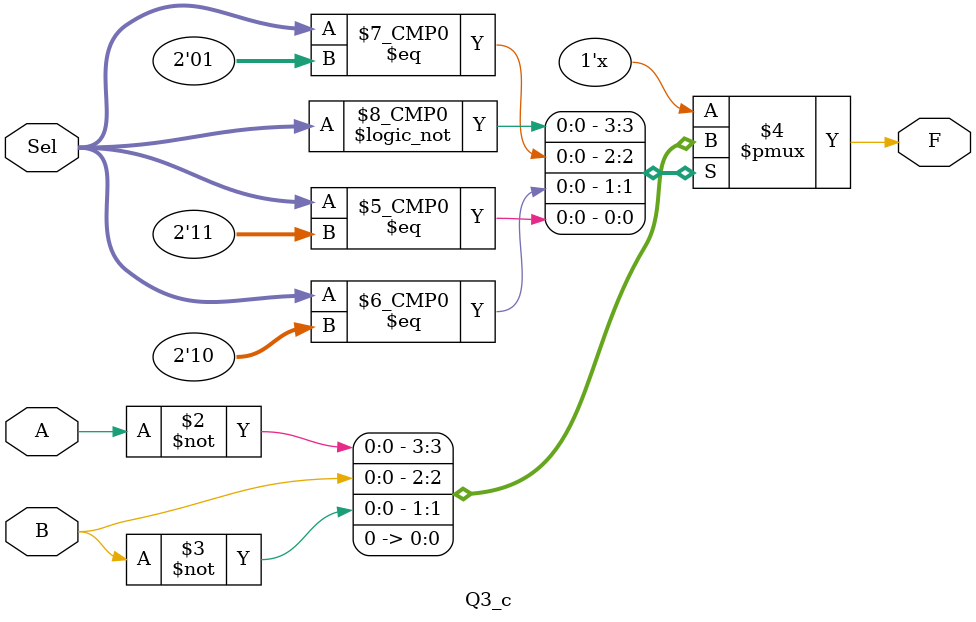
<source format=v>
`timescale 1ns / 1ps
module Q3_c(A, B, Sel, F);
  output wire F;
  input wire A, B;
  input wire [1:0] Sel;
  always @(A, B, Sel)
  begin
    case(Sel)
      0: #10 F = ~A;
      1: #10 F = B;
      2: #10 F = ~B;
      3: #10 F = 0;
    endcase
  end
endmodule
</source>
